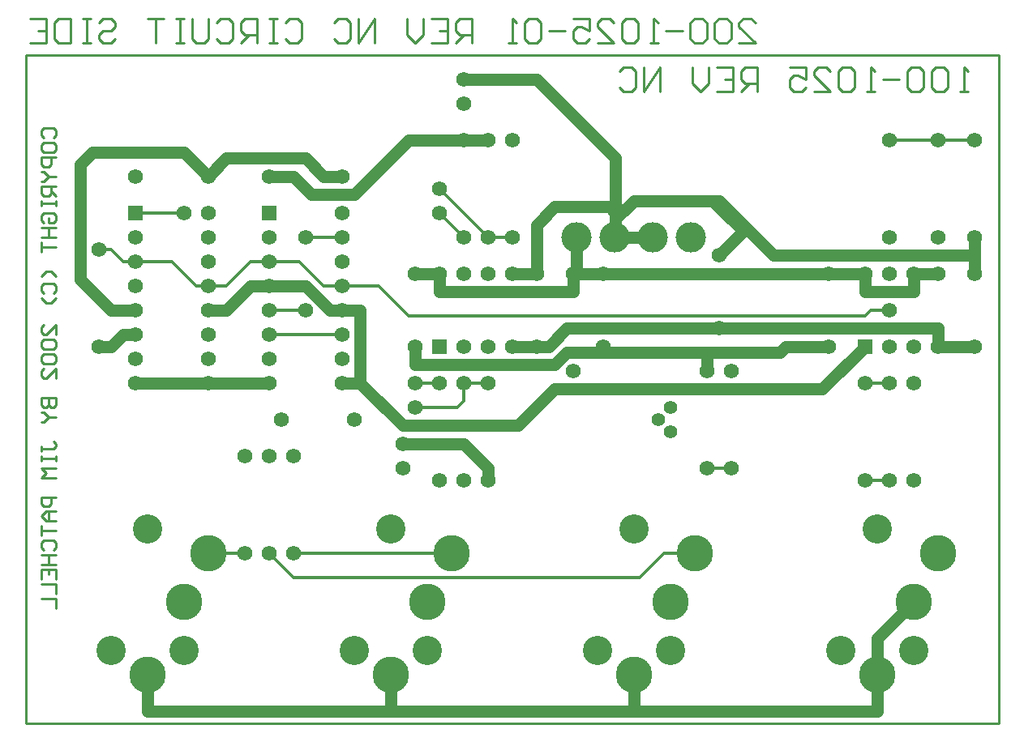
<source format=gbl>
*%FSLAX23Y23*%
*%MOIN*%
G01*
%ADD11C,0.007*%
%ADD12C,0.008*%
%ADD13C,0.010*%
%ADD14C,0.012*%
%ADD15C,0.020*%
%ADD16C,0.032*%
%ADD17C,0.036*%
%ADD18C,0.050*%
%ADD19C,0.052*%
%ADD20C,0.055*%
%ADD21C,0.056*%
%ADD22C,0.060*%
%ADD23C,0.061*%
%ADD24C,0.062*%
%ADD25C,0.068*%
%ADD26C,0.070*%
%ADD27C,0.080*%
%ADD28C,0.090*%
%ADD29C,0.095*%
%ADD30C,0.115*%
%ADD31C,0.120*%
%ADD32C,0.125*%
%ADD33C,0.126*%
%ADD34C,0.131*%
%ADD35C,0.150*%
%ADD36C,0.156*%
%ADD37R,0.062X0.062*%
%ADD38R,0.068X0.068*%
D13*
X8017Y8861D02*
X8007Y8871D01*
Y8891D01*
X8017Y8901D01*
X8057D01*
X8067Y8891D01*
Y8871D01*
X8057Y8861D01*
X8007Y8831D02*
Y8811D01*
Y8831D02*
X8017Y8841D01*
X8057D01*
X8067Y8831D01*
Y8811D01*
X8057Y8801D01*
X8017D01*
X8007Y8811D01*
Y8781D02*
X8067D01*
X8007D02*
Y8751D01*
X8017Y8741D01*
X8037D01*
X8047Y8751D01*
Y8781D01*
X8017Y8721D02*
X8007D01*
X8017D02*
X8037Y8701D01*
X8017Y8681D01*
X8007D01*
X8037Y8701D02*
X8067D01*
Y8661D02*
X8007D01*
Y8631D01*
X8017Y8621D01*
X8037D01*
X8047Y8631D01*
Y8661D01*
Y8641D02*
X8067Y8621D01*
X8007Y8601D02*
Y8581D01*
Y8591D01*
X8067D01*
Y8601D01*
Y8581D01*
X8007Y8521D02*
X8017Y8511D01*
X8007Y8521D02*
Y8541D01*
X8017Y8551D01*
X8057D01*
X8067Y8541D01*
Y8521D01*
X8057Y8511D01*
X8037D01*
Y8531D01*
X8007Y8491D02*
X8067D01*
X8037D01*
Y8451D01*
X8007D01*
X8067D01*
X8007Y8431D02*
Y8391D01*
Y8411D01*
X8067D01*
X8047Y8311D02*
X8067Y8291D01*
X8047Y8311D02*
X8027D01*
X8007Y8291D01*
Y8231D02*
X8017Y8221D01*
X8007Y8231D02*
Y8251D01*
X8017Y8261D01*
X8057D01*
X8067Y8251D01*
Y8231D01*
X8057Y8221D01*
X8067Y8201D02*
X8047Y8181D01*
X8027D01*
X8007Y8201D01*
X8067Y8091D02*
Y8051D01*
Y8091D02*
X8027Y8051D01*
X8017D01*
X8007Y8061D01*
Y8081D01*
X8017Y8091D01*
Y8031D02*
X8007Y8021D01*
Y8001D01*
X8017Y7991D01*
X8057D01*
X8067Y8001D01*
Y8021D01*
X8057Y8031D01*
X8017D01*
Y7971D02*
X8007Y7961D01*
Y7941D01*
X8017Y7931D01*
X8057D01*
X8067Y7941D01*
Y7961D01*
X8057Y7971D01*
X8017D01*
X8067Y7911D02*
Y7871D01*
Y7911D02*
X8027Y7871D01*
X8017D01*
X8007Y7881D01*
Y7901D01*
X8017Y7911D01*
X8007Y7791D02*
X8067D01*
Y7761D01*
X8057Y7751D01*
X8047D01*
X8037Y7761D01*
Y7791D01*
X8038D01*
X8037D02*
X8038D01*
X8037D02*
X8038D01*
X8037D02*
Y7761D01*
X8027Y7751D01*
X8017D01*
X8007Y7761D01*
Y7791D01*
Y7731D02*
X8017D01*
X8037Y7711D01*
X8017Y7691D01*
X8007D01*
X8037Y7711D02*
X8067D01*
X8007Y7591D02*
Y7571D01*
Y7581D02*
Y7591D01*
Y7581D02*
X8057D01*
X8067Y7591D01*
Y7601D01*
X8057Y7611D01*
X8007Y7551D02*
Y7531D01*
Y7541D01*
X8067D01*
Y7551D01*
Y7531D01*
Y7501D02*
X8007D01*
X8027Y7481D01*
X8007Y7461D01*
X8067D01*
Y7381D02*
X8007D01*
Y7352D01*
X8017Y7342D01*
X8037D01*
X8047Y7352D01*
Y7381D01*
X8067Y7322D02*
X8027D01*
X8007Y7302D01*
X8027Y7282D01*
X8067D01*
X8037D01*
Y7322D01*
X8007Y7262D02*
Y7222D01*
Y7242D01*
X8067D01*
X8007Y7172D02*
X8017Y7162D01*
X8007Y7172D02*
Y7192D01*
X8017Y7202D01*
X8057D01*
X8067Y7192D01*
Y7172D01*
X8057Y7162D01*
X8067Y7142D02*
X8007D01*
X8037D02*
X8067D01*
X8037D02*
Y7102D01*
X8007D01*
X8067D01*
X8007Y7082D02*
Y7042D01*
Y7082D02*
X8067D01*
Y7042D01*
X8037Y7062D02*
Y7082D01*
X8007Y7022D02*
X8067D01*
Y6982D01*
Y6962D02*
X8007D01*
X8067D02*
Y6922D01*
X11784Y9051D02*
X11817D01*
X11800D02*
X11784D01*
X11800D02*
Y9151D01*
X11801D01*
X11800D02*
X11817Y9134D01*
X11734D02*
X11717Y9151D01*
X11684D01*
X11667Y9134D01*
Y9068D01*
X11684Y9051D01*
X11717D01*
X11734Y9068D01*
Y9134D01*
X11634D02*
X11617Y9151D01*
X11584D01*
X11567Y9134D01*
Y9068D01*
X11584Y9051D01*
X11617D01*
X11634Y9068D01*
Y9134D01*
X11534Y9101D02*
X11467D01*
X11434Y9051D02*
X11400D01*
X11417D01*
Y9151D01*
X11418D01*
X11417D02*
X11434Y9134D01*
X11350D02*
X11334Y9151D01*
X11300D01*
X11284Y9134D01*
Y9068D01*
X11300Y9051D01*
X11334D01*
X11350Y9068D01*
Y9134D01*
X11251Y9051D02*
X11184D01*
X11251D02*
X11184Y9118D01*
Y9134D01*
X11201Y9151D01*
X11234D01*
X11251Y9134D01*
X11151Y9151D02*
X11084D01*
X11151D02*
Y9101D01*
X11117Y9118D01*
X11101D01*
X11084Y9101D01*
Y9068D01*
X11101Y9051D01*
X11134D01*
X11151Y9068D01*
X10951Y9051D02*
Y9151D01*
X10901D01*
X10884Y9134D01*
Y9101D01*
X10901Y9084D01*
X10951D01*
X10917D02*
X10884Y9051D01*
X10851Y9151D02*
X10784D01*
X10851D02*
Y9051D01*
X10784D01*
X10817Y9101D02*
X10851D01*
X10751Y9084D02*
Y9151D01*
Y9084D02*
X10717Y9051D01*
X10684Y9084D01*
Y9151D01*
X10551D02*
Y9051D01*
X10484D02*
X10551Y9151D01*
X10484D02*
Y9051D01*
X10384Y9134D02*
X10401Y9151D01*
X10434D01*
X10451Y9134D01*
Y9068D01*
X10434Y9051D01*
X10401D01*
X10384Y9068D01*
X10875Y9251D02*
X10942D01*
X10875Y9318D01*
Y9334D01*
X10892Y9351D01*
X10925D01*
X10942Y9334D01*
X10842D02*
X10825Y9351D01*
X10792D01*
X10775Y9334D01*
Y9268D01*
X10792Y9251D01*
X10825D01*
X10842Y9268D01*
Y9334D01*
X10742D02*
X10725Y9351D01*
X10692D01*
X10675Y9334D01*
Y9268D01*
X10692Y9251D01*
X10725D01*
X10742Y9268D01*
Y9334D01*
X10642Y9301D02*
X10575D01*
X10542Y9251D02*
X10509D01*
X10525D01*
Y9351D01*
X10526D01*
X10525D02*
X10542Y9334D01*
X10459D02*
X10442Y9351D01*
X10409D01*
X10392Y9334D01*
Y9268D01*
X10409Y9251D01*
X10442D01*
X10459Y9268D01*
Y9334D01*
X10359Y9251D02*
X10292D01*
X10359D02*
X10292Y9318D01*
Y9334D01*
X10309Y9351D01*
X10342D01*
X10359Y9334D01*
X10259Y9351D02*
X10192D01*
X10259D02*
Y9301D01*
X10226Y9318D01*
X10209D01*
X10192Y9301D01*
Y9268D01*
X10209Y9251D01*
X10242D01*
X10259Y9268D01*
X10159Y9301D02*
X10092D01*
X10059Y9334D02*
X10042Y9351D01*
X10009D01*
X9992Y9334D01*
Y9268D01*
X10009Y9251D01*
X10042D01*
X10059Y9268D01*
Y9334D01*
X9959Y9251D02*
X9926D01*
X9942D01*
Y9351D01*
X9943D01*
X9942D02*
X9959Y9334D01*
X9776Y9351D02*
Y9251D01*
Y9351D02*
X9726D01*
X9709Y9334D01*
Y9301D01*
X9726Y9284D01*
X9776D01*
X9742D02*
X9709Y9251D01*
X9676Y9351D02*
X9609D01*
X9676D02*
Y9251D01*
X9609D01*
X9642Y9301D02*
X9676D01*
X9576Y9284D02*
Y9351D01*
Y9284D02*
X9542Y9251D01*
X9509Y9284D01*
Y9351D01*
X9376D02*
Y9251D01*
X9309D02*
X9376Y9351D01*
X9309D02*
Y9251D01*
X9209Y9334D02*
X9226Y9351D01*
X9259D01*
X9276Y9334D01*
Y9268D01*
X9259Y9251D01*
X9226D01*
X9209Y9268D01*
X9026Y9351D02*
X9009Y9334D01*
X9026Y9351D02*
X9059D01*
X9076Y9334D01*
Y9268D01*
X9059Y9251D01*
X9026D01*
X9009Y9268D01*
X8976Y9351D02*
X8943D01*
X8959D01*
Y9251D01*
X8976D01*
X8943D01*
X8893D02*
Y9351D01*
X8843D01*
X8826Y9334D01*
Y9301D01*
X8843Y9284D01*
X8893D01*
X8859D02*
X8826Y9251D01*
X8726Y9334D02*
X8743Y9351D01*
X8776D01*
X8793Y9334D01*
Y9268D01*
X8776Y9251D01*
X8743D01*
X8726Y9268D01*
X8693D02*
Y9351D01*
Y9268D02*
X8676Y9251D01*
X8643D01*
X8626Y9268D01*
Y9351D01*
X8593D02*
X8559D01*
X8576D01*
Y9251D01*
X8593D01*
X8559D01*
X8509Y9351D02*
X8443D01*
X8476D01*
Y9251D01*
X8260Y9351D02*
X8243Y9334D01*
X8260Y9351D02*
X8293D01*
X8310Y9334D01*
Y9318D01*
X8293Y9301D01*
X8260D01*
X8243Y9284D01*
Y9268D01*
X8260Y9251D01*
X8293D01*
X8310Y9268D01*
X8210Y9351D02*
X8176D01*
X8193D01*
Y9251D01*
X8210D01*
X8176D01*
X8126D02*
Y9351D01*
Y9251D02*
X8076D01*
X8060Y9268D01*
Y9334D01*
X8076Y9351D01*
X8126D01*
X8026D02*
X7960D01*
X8026D02*
Y9251D01*
X7960D01*
X7993Y9301D02*
X8026D01*
X7942Y9201D02*
X11942D01*
Y6451D02*
X7942D01*
Y9201D01*
X11942D02*
Y6451D01*
D14*
X9517Y8126D02*
X9392Y8251D01*
X9642Y8651D02*
X9842Y8451D01*
X8342Y8351D02*
X8292Y8401D01*
X8692Y7151D02*
X8842D01*
X9042D02*
X9692D01*
X9042Y7051D02*
X10467D01*
X10567Y7151D02*
X10692D01*
X8642Y8251D02*
X8542Y8351D01*
X8767Y8251D02*
X8867Y8351D01*
X10742Y7501D02*
X10842D01*
X11392Y7451D02*
X11492D01*
X9167Y8251D02*
X9067Y8351D01*
X8942Y7151D02*
X9042Y7051D01*
X9542Y7751D02*
X9717D01*
X11392Y7851D02*
X11492D01*
X9642D02*
X9542D01*
X9742D02*
X9842D01*
X9242Y8051D02*
X8942D01*
Y8151D02*
X9092D01*
X9517Y8126D02*
X11392D01*
X11417Y8151D02*
X11492D01*
X9742Y8451D02*
X9642Y8551D01*
X9067Y8351D02*
X8942D01*
X8867D01*
X8767Y8251D02*
X8692D01*
X8642D01*
X8542Y8351D02*
X8392D01*
X8342D01*
X9167Y8251D02*
X9242D01*
X9392D01*
X9742Y7851D02*
Y7776D01*
X9717Y7751D01*
X8292Y8401D02*
X8242D01*
X9092Y8451D02*
X9242D01*
X8592Y8551D02*
X8392D01*
X9842Y8451D02*
X9942D01*
X11692Y8851D02*
X11842D01*
X11692D02*
X11492D01*
X10567Y7151D02*
X10467Y7051D01*
X11392Y8126D02*
X11417Y8151D01*
D18*
X10367Y8551D02*
X10342Y8576D01*
X9167Y8701D02*
X9092Y8776D01*
X9042Y8701D02*
X9117Y8626D01*
X9092Y8251D02*
X9192Y8151D01*
X8292D02*
X8167Y8276D01*
X8592Y8801D02*
X8692Y8701D01*
X10792Y8601D02*
X11017Y8376D01*
X9492Y7676D02*
X9317Y7851D01*
X9742Y7601D02*
X9842Y7501D01*
X10892Y8476D02*
X10767Y8601D01*
X10367Y8776D02*
X10042Y9101D01*
X10442Y8601D02*
X10367Y8526D01*
X10117Y8576D02*
X10042Y8501D01*
X10167Y7976D02*
X10117Y7926D01*
X11042Y7976D02*
X11067Y8001D01*
X10167Y8076D02*
X10092Y8001D01*
X9292Y8626D02*
X9517Y8851D01*
X8867Y8251D02*
X8767Y8151D01*
X8342Y8051D02*
X8292Y8001D01*
X8167Y8751D02*
X8217Y8801D01*
X8692Y8701D02*
X8767Y8776D01*
X9967Y7676D02*
X10117Y7826D01*
X11217D02*
X11392Y8001D01*
X10892Y8476D02*
X10792Y8376D01*
X11592Y6951D02*
X11442Y6801D01*
X9442Y6501D02*
X8442D01*
X9442D02*
X10442D01*
X11442D01*
X8167Y8276D02*
Y8751D01*
X8442Y6651D02*
Y6501D01*
X9642Y7601D02*
X9742D01*
X9642D02*
X9492D01*
Y7676D02*
X9967D01*
X9317Y7851D02*
X9242D01*
X9542Y7926D02*
X10117D01*
X10742Y7976D02*
X11042D01*
X8942Y7851D02*
X8692D01*
X8392D01*
X10117Y7826D02*
X11217D01*
X10742Y7976D02*
X10167D01*
X10317D02*
X10742D01*
X9442Y6651D02*
Y6501D01*
X9317Y7851D02*
Y8151D01*
X11692Y8001D02*
X11842D01*
X10042D02*
X9942D01*
X11067D02*
X11242D01*
X10092D02*
X10042D01*
X10167Y8076D02*
X11692D01*
X8767Y8151D02*
X8692D01*
X8292Y8001D02*
X8242D01*
X8342Y8051D02*
X8392D01*
Y8151D02*
X8292D01*
X9192D02*
X9242D01*
X9317D01*
X9642Y8226D02*
Y8301D01*
X9542Y8001D02*
Y7926D01*
X9642Y8226D02*
X10192D01*
X9642Y8301D02*
X9542D01*
X9942D02*
X10042D01*
X10192D02*
X10208D01*
X10192D02*
X11242D01*
X11392Y8226D02*
X11592D01*
X11392Y8301D02*
X11242D01*
X11592D02*
X11692D01*
X9092Y8251D02*
X9067D01*
X8942D02*
X8867D01*
X8942D02*
X9067D01*
X11017Y8376D02*
X11842D01*
X9842Y7501D02*
Y7451D01*
X10364Y8451D02*
X10367D01*
X10342Y8576D02*
X10117D01*
X10517Y8451D02*
X10520D01*
X10517D02*
X10364D01*
X10042Y8501D02*
Y8301D01*
X9092Y8776D02*
X8767D01*
X9167Y8701D02*
X9242D01*
X9292Y8626D02*
X9117D01*
X9042Y8701D02*
X8942D01*
X10442Y8601D02*
X10792D01*
X10767D02*
X10442D01*
X10192Y8301D02*
Y8226D01*
X10208Y8301D02*
Y8451D01*
X9742Y8851D02*
X9517D01*
X9742D02*
X9842D01*
X8592Y8801D02*
X8217D01*
X10367Y8526D02*
Y8451D01*
X10317Y8001D02*
Y7976D01*
X10442Y6651D02*
Y6501D01*
Y6626D01*
Y6651D01*
X10367Y8451D02*
Y8551D01*
Y8451D02*
Y8776D01*
X10042Y9101D02*
X9742D01*
X10742Y7976D02*
Y7901D01*
X11392Y8226D02*
Y8301D01*
X11442Y6651D02*
Y6501D01*
Y6651D02*
Y6801D01*
X11592Y8226D02*
Y8301D01*
X11692Y8076D02*
Y8001D01*
X11842Y8301D02*
Y8451D01*
Y8376D02*
Y8301D01*
D20*
X10592Y7651D02*
D03*
X10542Y7701D02*
D03*
X10592Y7751D02*
D03*
D24*
X11492Y8151D02*
D03*
X9092Y8451D02*
D03*
Y8151D02*
D03*
X8592Y8551D02*
D03*
X11692Y8451D02*
D03*
Y8851D02*
D03*
X11842D02*
D03*
Y8451D02*
D03*
Y8001D02*
D03*
Y8301D02*
D03*
X11492Y8451D02*
D03*
Y8851D02*
D03*
X10792Y8076D02*
D03*
Y8376D02*
D03*
X10317Y8301D02*
D03*
Y8001D02*
D03*
X10842Y7501D02*
D03*
Y7901D02*
D03*
X10742D02*
D03*
Y7501D02*
D03*
X10192Y7901D02*
D03*
Y8301D02*
D03*
X11392Y7851D02*
D03*
Y7451D02*
D03*
X11492D02*
D03*
Y7851D02*
D03*
X11592D02*
D03*
Y7451D02*
D03*
X11242Y8301D02*
D03*
Y8001D02*
D03*
X11592D02*
D03*
X11692D02*
D03*
Y8301D02*
D03*
X11592D02*
D03*
X11492D02*
D03*
X11392D02*
D03*
X11492Y8001D02*
D03*
X9242Y8701D02*
D03*
X8942D02*
D03*
X8692D02*
D03*
X8392D02*
D03*
X9742Y9101D02*
D03*
Y9001D02*
D03*
X9942Y8451D02*
D03*
Y8851D02*
D03*
X9642Y8551D02*
D03*
Y8651D02*
D03*
X8942Y7151D02*
D03*
Y7551D02*
D03*
X9492Y7501D02*
D03*
Y7601D02*
D03*
X9042Y7151D02*
D03*
Y7551D02*
D03*
X8842Y7151D02*
D03*
Y7551D02*
D03*
X9292Y7701D02*
D03*
X8992D02*
D03*
X8942Y8451D02*
D03*
Y8151D02*
D03*
Y8051D02*
D03*
Y7951D02*
D03*
Y7851D02*
D03*
X9242D02*
D03*
Y7951D02*
D03*
Y8051D02*
D03*
Y8151D02*
D03*
Y8251D02*
D03*
Y8351D02*
D03*
Y8451D02*
D03*
Y8551D02*
D03*
X8942Y8351D02*
D03*
Y8251D02*
D03*
X10042Y8001D02*
D03*
Y8301D02*
D03*
X9742Y8851D02*
D03*
Y8451D02*
D03*
X9842Y7451D02*
D03*
Y7851D02*
D03*
X9742Y7451D02*
D03*
Y7851D02*
D03*
X9542Y7751D02*
D03*
Y7851D02*
D03*
X9642Y7451D02*
D03*
Y7851D02*
D03*
X9542Y8301D02*
D03*
Y8001D02*
D03*
X9842D02*
D03*
X9942D02*
D03*
Y8301D02*
D03*
X9842D02*
D03*
X9742D02*
D03*
X9642D02*
D03*
X9742Y8001D02*
D03*
X9842Y8851D02*
D03*
Y8451D02*
D03*
X8392D02*
D03*
Y8151D02*
D03*
Y8051D02*
D03*
Y7951D02*
D03*
Y7851D02*
D03*
X8692D02*
D03*
Y7951D02*
D03*
Y8051D02*
D03*
Y8151D02*
D03*
Y8251D02*
D03*
Y8351D02*
D03*
Y8451D02*
D03*
Y8551D02*
D03*
X8392Y8351D02*
D03*
Y8251D02*
D03*
X8242Y8401D02*
D03*
Y8001D02*
D03*
D31*
X10292Y6751D02*
D03*
X10592D02*
D03*
X10442Y7251D02*
D03*
X11292Y6751D02*
D03*
X11592D02*
D03*
X11442Y7251D02*
D03*
X9292Y6751D02*
D03*
X9592D02*
D03*
X9442Y7251D02*
D03*
X8292Y6751D02*
D03*
X8592D02*
D03*
X8442Y7251D02*
D03*
D32*
X10364Y8451D02*
D03*
X10676D02*
D03*
X10208D02*
D03*
X10520D02*
D03*
D35*
X10692Y7151D02*
D03*
X10592Y6951D02*
D03*
X10442Y6651D02*
D03*
X11692Y7151D02*
D03*
X11592Y6951D02*
D03*
X11442Y6651D02*
D03*
X9692Y7151D02*
D03*
X9592Y6951D02*
D03*
X9442Y6651D02*
D03*
X8692Y7151D02*
D03*
X8592Y6951D02*
D03*
X8442Y6651D02*
D03*
D37*
X11392Y8001D02*
D03*
X8942Y8551D02*
D03*
X9642Y8001D02*
D03*
X8392Y8551D02*
D03*
M02*

</source>
